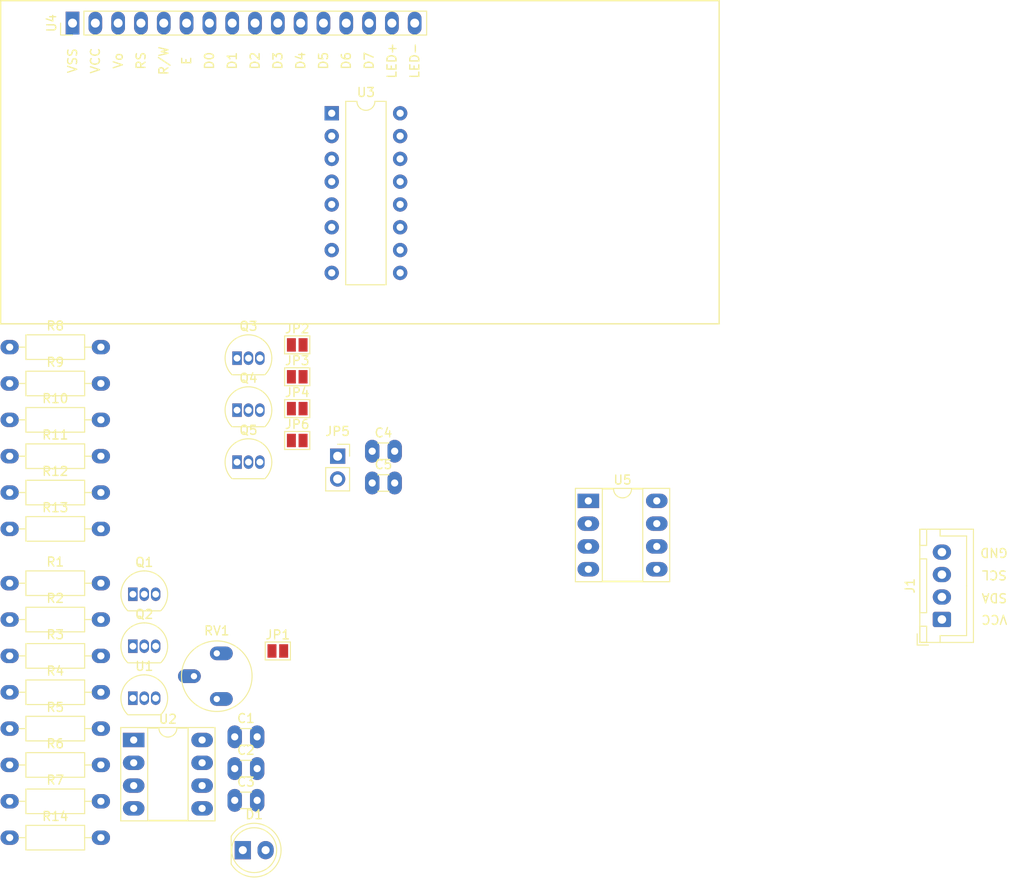
<source format=kicad_pcb>
(kicad_pcb (version 20240108) (generator "pcbnew") (generator_version "8.0")
  (layers (0 "F.Cu" signal) (31 "B.Cu" signal) (34 "B.Paste" user) (35 "F.Paste" user) (36 "B.SilkS" user "B.Silkscreen") (37 "F.SilkS" user "F.Silkscreen") (38 "B.Mask" user) (39 "F.Mask" user) (44 "Edge.Cuts" user))
  (net 0 "")
  (net 1 "+5V")
  (net 2 "GND")
  (net 3 "+3V3")
  (net 4 "Net-(Q5-B)")
  (net 5 "Net-(D1-A)")
  (net 6 "SCL")
  (net 7 "SDA")
  (net 8 "Net-(JP1-B)")
  (net 9 "Net-(JP2-B)")
  (net 10 "Net-(JP3-B)")
  (net 11 "Net-(JP4-B)")
  (net 12 "Net-(JP5-B)")
  (net 13 "A")
  (net 14 "+3.3V")
  (net 15 "SDA_H")
  (net 16 "SCL_H")
  (net 17 "Net-(Q3-B)")
  (net 18 "Net-(Q3-C)")
  (net 19 "Net-(Q4-B)")
  (net 20 "K")
  (net 21 "Net-(U5-PB1)")
  (net 22 "Backlight")
  (net 23 "Contrast")
  (net 26 "DB5")
  (net 27 "RS")
  (net 28 "DB7")
  (net 29 "DB6")
  (net 30 "RW")
  (net 31 "DB4")
  (net 32 "En")
  (footprint "My_Parts:LCD_HD44780_16x2_w_headers_large" (layer "F.Cu") (at 114.015 57.9)
    (property "Reference" "U4" (at -2.33 0 90) (layer "F.SilkS"))
    (property "Value" "LCD_HD44780")
    (fp_line (start -8 -2.5) (end -8 33.5) (stroke (width 0.15)) (layer "F.SilkS"))
    (fp_line (start -8 33.5) (end 72 33.5) (stroke (width 0.15)) (layer "F.SilkS"))
    (fp_line (start -1.33 1.33) (end -1.33 0) (stroke (width 0.12)) (layer "F.SilkS"))
    (fp_line (start 0 1.33) (end -1.33 1.33) (stroke (width 0.12)) (layer "F.SilkS"))
    (fp_line (start 1.27 -1.33) (end 39.43 -1.33) (stroke (width 0.12)) (layer "F.SilkS"))
    (fp_line (start 1.27 1.33) (end 1.27 -1.33) (stroke (width 0.12)) (layer "F.SilkS"))
    (fp_line (start 1.27 1.33) (end 39.43 1.33) (stroke (width 0.12)) (layer "F.SilkS"))
    (fp_line (start 39.43 1.33) (end 39.43 -1.33) (stroke (width 0.12)) (layer "F.SilkS"))
    (fp_line (start 72 -2.5) (end -8 -2.5) (stroke (width 0.15)) (layer "F.SilkS"))
    (fp_line (start 72 33.5) (end 72 -2.5) (stroke (width 0.15)) (layer "F.SilkS"))
    (fp_text user "D7" (at 33.02 4.19 90) (layer "F.SilkS"))
    (fp_text user "D3" (at 22.86 4.19 90) (layer "F.SilkS"))
    (fp_text user "Vo" (at 5.08 4.19 90) (layer "F.SilkS"))
    (fp_text user "D6" (at 30.48 4.19 90) (layer "F.SilkS"))
    (fp_text user "D1" (at 17.78 4.19 90) (layer "F.SilkS"))
    (fp_text user "D5" (at 27.94 4.19 90) (layer "F.SilkS"))
    (fp_text user "VSS" (at 0 4.19 90) (layer "F.SilkS"))
    (fp_text user "LED+" (at 35.56 4.19 90) (layer "F.SilkS"))
    (fp_text user "R/W" (at 10.16 4.19 90) (layer "F.SilkS"))
    (fp_text user "E" (at 12.7 4.19 90) (layer "F.SilkS"))
    (fp_text user "D2" (at 20.32 4.19 90) (layer "F.SilkS"))
    (fp_text user "D0" (at 15.24 4.19 90) (layer "F.SilkS"))
    (fp_text user "D4" (at 25.4 4.19 90) (layer "F.SilkS"))
    (fp_text user "RS" (at 7.62 4.19 90) (layer "F.SilkS"))
    (fp_text user "LED-" (at 38.1 4.19 90) (layer "F.SilkS"))
    (fp_text user "VCC" (at 2.54 4.19 90) (layer "F.SilkS"))
    (pad "" np_thru_hole circle (at -5.5 0) (size 2.5 2.5) (drill 2.5) (layers "*.Cu" "*.Mask"))
    (pad "" np_thru_hole circle (at -5.5 31) (size 2.5 2.5) (drill 2.5) (layers "*.Cu" "*.Mask"))
    (pad "" np_thru_hole circle (at 69.5 0) (size 2.5 2.5) (drill 2.5) (layers "*.Cu" "*.Mask"))
    (pad "" np_thru_hole circle (at 69.5 31) (size 2.5 2.5) (drill 2.5) (layers "*.Cu" "*.Mask"))
    (pad "1" thru_hole rect (at 0 0 90) (size 2.54 1.524) (drill 1) (layers "*.Cu" "*.Mask") (net 2 "GND"))
    (pad "2" thru_hole oval (at 2.54 0 90) (size 2.54 1.524) (drill 1) (layers "*.Cu" "*.Mask") (net 1 "+5V"))
    (pad "3" thru_hole oval (at 5.08 0 90) (size 2.54 1.524) (drill 1) (layers "*.Cu" "*.Mask") (net 23 "Contrast"))
    (pad "4" thru_hole oval (at 7.62 0 90) (size 2.54 1.524) (drill 1) (layers "*.Cu" "*.Mask") (net 27 "RS"))
    (pad "5" thru_hole oval (at 10.16 0 90) (size 2.54 1.524) (drill 1) (layers "*.Cu" "*.Mask") (net 30 "RW"))
    (pad "6" thru_hole oval (at 12.7 0 90) (size 2.54 1.524) (drill 1) (layers "*.Cu" "*.Mask") (net 32 "En"))
    (pad "7" thru_hole oval (at 15.24 0 90) (size 2.54 1.524) (drill 1) (layers "*.Cu" "*.Mask"))
    (pad "8" thru_hole oval (at 17.78 0 90) (size 2.54 1.524) (drill 1) (layers "*.Cu" "*.Mask"))
    (pad "9" thru_hole oval (at 20.32 0 90) (size 2.54 1.524) (drill 1) (layers "*.Cu" "*.Mask"))
    (pad "10" thru_hole oval (at 22.86 0 90) (size 2.54 1.524) (drill 1) (layers "*.Cu" "*.Mask"))
    (pad "11" thru_hole oval (at 25.4 0 90) (size 2.54 1.524) (drill 1) (layers "*.Cu" "*.Mask") (net 31 "DB4"))
    (pad "12" thru_hole oval (at 27.94 0 90) (size 2.54 1.524) (drill 1) (layers "*.Cu" "*.Mask") (net 26 "DB5"))
    (pad "13" thru_hole oval (at 30.48 0 90) (size 2.54 1.524) (drill 1) (layers "*.Cu" "*.Mask") (net 29 "DB6"))
    (pad "14" thru_hole oval (at 33.02 0 90) (size 2.54 1.524) (drill 1) (layers "*.Cu" "*.Mask") (net 28 "DB7"))
    (pad "15" thru_hole oval (at 35.56 0 90) (size 2.54 1.524) (drill 1) (layers "*.Cu" "*.Mask") (net 13 "A"))
    (pad "16" thru_hole oval (at 38.1 0 90) (size 2.54 1.524) (drill 1) (layers "*.Cu" "*.Mask") (net 20 "K"))
  )
  (footprint "My_Misc:R_Axial_DIN0207_L6.3mm_D2.5mm_P10.16mm_Horizontal_large" (layer "F.Cu") (at 107.015 136.5)
    (property "Reference" "R5" (at 5.08 -2.37 0) (layer "F.SilkS"))
    (property "Value" "4k7")
    (fp_line (start 1.04 0) (end 1.81 0) (stroke (width 0.12)) (layer "F.SilkS"))
    (fp_line (start 1.81 -1.37) (end 1.81 1.37) (stroke (width 0.12)) (layer "F.SilkS"))
    (fp_line (start 1.81 1.37) (end 8.35 1.37) (stroke (width 0.12)) (layer "F.SilkS"))
    (fp_line (start 8.35 -1.37) (end 1.81 -1.37) (stroke (width 0.12)) (layer "F.SilkS"))
    (fp_line (start 8.35 1.37) (end 8.35 -1.37) (stroke (width 0.12)) (layer "F.SilkS"))
    (fp_line (start 9.12 0) (end 8.35 0) (stroke (width 0.12)) (layer "F.SilkS"))
    (pad "1" thru_hole oval (at 0 0) (size 2.032 1.6) (drill 0.8) (layers "*.Cu" "*.Mask") (net 1 "+5V"))
    (pad "2" thru_hole oval (at 10.16 0) (size 2.032 1.6) (drill 0.8) (layers "*.Cu" "*.Mask") (net 15 "SDA_H"))
  )
  (footprint "Jumper:SolderJumper-2_P1.3mm_Open_Pad1.0x1.5mm" (layer "F.Cu") (at 139.035 93.75)
    (property "Reference" "JP2" (at 0 -1.8 0) (layer "F.SilkS"))
    (property "Value" "SolderJumper_2_Open")
    (fp_line (start -1.4 -1) (end 1.4 -1) (stroke (width 0.12)) (layer "F.SilkS"))
    (fp_line (start -1.4 1) (end -1.4 -1) (stroke (width 0.12)) (layer "F.SilkS"))
    (fp_line (start 1.4 -1) (end 1.4 1) (stroke (width 0.12)) (layer "F.SilkS"))
    (fp_line (start 1.4 1) (end -1.4 1) (stroke (width 0.12)) (layer "F.SilkS"))
    (pad "1" smd rect (at -0.65 0) (size 1 1.5) (layers "F.Cu" "F.Mask") (net 2 "GND"))
    (pad "2" smd rect (at 0.65 0) (size 1 1.5) (layers "F.Cu" "F.Mask") (net 9 "Net-(JP2-B)"))
  )
  (footprint "Package_TO_SOT_THT:TO-92_Inline" (layer "F.Cu") (at 132.335 106.81)
    (property "Reference" "Q5" (at 1.27 -3.56 0) (layer "F.SilkS"))
    (property "Value" "BC237")
    (fp_line (start -0.53 1.85) (end 3.07 1.85) (stroke (width 0.12)) (layer "F.SilkS"))
    (fp_arc (start -0.568478 1.838478) (mid -1.132087 -0.994977) (end 1.27 -2.6) (stroke (width 0.12)) (layer "F.SilkS"))
    (fp_arc (start 1.27 -2.6) (mid 3.672087 -0.994977) (end 3.108478 1.838478) (stroke (width 0.12)) (layer "F.SilkS"))
    (pad "1" thru_hole rect (at 0 0) (size 1.05 1.5) (drill 0.75) (layers "*.Cu" "*.Mask") (net 20 "K"))
    (pad "2" thru_hole oval (at 1.27 0) (size 1.05 1.5) (drill 0.75) (layers "*.Cu" "*.Mask") (net 4 "Net-(Q5-B)"))
    (pad "3" thru_hole oval (at 2.54 0) (size 1.05 1.5) (drill 0.75) (layers "*.Cu" "*.Mask") (net 2 "GND"))
  )
  (footprint "My_Misc:R_Axial_DIN0207_L6.3mm_D2.5mm_P10.16mm_Horizontal_large" (layer "F.Cu") (at 107.015 120.3)
    (property "Reference" "R1" (at 5.08 -2.37 0) (layer "F.SilkS"))
    (property "Value" "4k7")
    (fp_line (start 1.04 0) (end 1.81 0) (stroke (width 0.12)) (layer "F.SilkS"))
    (fp_line (start 1.81 -1.37) (end 1.81 1.37) (stroke (width 0.12)) (layer "F.SilkS"))
    (fp_line (start 1.81 1.37) (end 8.35 1.37) (stroke (width 0.12)) (layer "F.SilkS"))
    (fp_line (start 8.35 -1.37) (end 1.81 -1.37) (stroke (width 0.12)) (layer "F.SilkS"))
    (fp_line (start 8.35 1.37) (end 8.35 -1.37) (stroke (width 0.12)) (layer "F.SilkS"))
    (fp_line (start 9.12 0) (end 8.35 0) (stroke (width 0.12)) (layer "F.SilkS"))
    (pad "1" thru_hole oval (at 0 0) (size 2.032 1.6) (drill 0.8) (layers "*.Cu" "*.Mask") (net 14 "+3.3V"))
    (pad "2" thru_hole oval (at 10.16 0) (size 2.032 1.6) (drill 0.8) (layers "*.Cu" "*.Mask") (net 7 "SDA"))
  )
  (footprint "My_Misc:R_Axial_DIN0207_L6.3mm_D2.5mm_P10.16mm_Horizontal_large" (layer "F.Cu") (at 107.015 102.1)
    (property "Reference" "R10" (at 5.08 -2.37 0) (layer "F.SilkS"))
    (property "Value" "10k")
    (fp_line (start 1.04 0) (end 1.81 0) (stroke (width 0.12)) (layer "F.SilkS"))
    (fp_line (start 1.81 -1.37) (end 1.81 1.37) (stroke (width 0.12)) (layer "F.SilkS"))
    (fp_line (start 1.81 1.37) (end 8.35 1.37) (stroke (width 0.12)) (layer "F.SilkS"))
    (fp_line (start 8.35 -1.37) (end 1.81 -1.37) (stroke (width 0.12)) (layer "F.SilkS"))
    (fp_line (start 8.35 1.37) (end 8.35 -1.37) (stroke (width 0.12)) (layer "F.SilkS"))
    (fp_line (start 9.12 0) (end 8.35 0) (stroke (width 0.12)) (layer "F.SilkS"))
    (pad "1" thru_hole oval (at 0 0) (size 2.032 1.6) (drill 0.8) (layers "*.Cu" "*.Mask") (net 1 "+5V"))
    (pad "2" thru_hole oval (at 10.16 0) (size 2.032 1.6) (drill 0.8) (layers "*.Cu" "*.Mask") (net 11 "Net-(JP4-B)"))
  )
  (footprint "My_Misc:R_Axial_DIN0207_L6.3mm_D2.5mm_P10.16mm_Horizontal_large" (layer "F.Cu") (at 107.015 110.2)
    (property "Reference" "R12" (at 5.08 -2.37 0) (layer "F.SilkS"))
    (property "Value" "1k")
    (fp_line (start 1.04 0) (end 1.81 0) (stroke (width 0.12)) (layer "F.SilkS"))
    (fp_line (start 1.81 -1.37) (end 1.81 1.37) (stroke (width 0.12)) (layer "F.SilkS"))
    (fp_line (start 1.81 1.37) (end 8.35 1.37) (stroke (width 0.12)) (layer "F.SilkS"))
    (fp_line (start 8.35 -1.37) (end 1.81 -1.37) (stroke (width 0.12)) (layer "F.SilkS"))
    (fp_line (start 8.35 1.37) (end 8.35 -1.37) (stroke (width 0.12)) (layer "F.SilkS"))
    (fp_line (start 9.12 0) (end 8.35 0) (stroke (width 0.12)) (layer "F.SilkS"))
    (pad "1" thru_hole oval (at 0 0) (size 2.032 1.6) (drill 0.8) (layers "*.Cu" "*.Mask") (net 22 "Backlight"))
    (pad "2" thru_hole oval (at 10.16 0) (size 2.032 1.6) (drill 0.8) (layers "*.Cu" "*.Mask") (net 4 "Net-(Q5-B)"))
  )
  (footprint "My_Misc:R_Axial_DIN0207_L6.3mm_D2.5mm_P10.16mm_Horizontal_large" (layer "F.Cu") (at 107.015 132.45)
    (property "Reference" "R4" (at 5.08 -2.37 0) (layer "F.SilkS"))
    (property "Value" "0R")
    (fp_line (start 1.04 0) (end 1.81 0) (stroke (width 0.12)) (layer "F.SilkS"))
    (fp_line (start 1.81 -1.37) (end 1.81 1.37) (stroke (width 0.12)) (layer "F.SilkS"))
    (fp_line (start 1.81 1.37) (end 8.35 1.37) (stroke (width 0.12)) (layer "F.SilkS"))
    (fp_line (start 8.35 -1.37) (end 1.81 -1.37) (stroke (width 0.12)) (layer "F.SilkS"))
    (fp_line (start 8.35 1.37) (end 8.35 -1.37) (stroke (width 0.12)) (layer "F.SilkS"))
    (fp_line (start 9.12 0) (end 8.35 0) (stroke (width 0.12)) (layer "F.SilkS"))
    (pad "1" thru_hole oval (at 0 0) (size 2.032 1.6) (drill 0.8) (layers "*.Cu" "*.Mask") (net 6 "SCL"))
    (pad "2" thru_hole oval (at 10.16 0) (size 2.032 1.6) (drill 0.8) (layers "*.Cu" "*.Mask") (net 16 "SCL_H"))
  )
  (footprint "My_Misc:R_Axial_DIN0207_L6.3mm_D2.5mm_P10.16mm_Horizontal_large" (layer "F.Cu") (at 107.015 106.15)
    (property "Reference" "R11" (at 5.08 -2.37 0) (layer "F.SilkS"))
    (property "Value" "1k")
    (fp_line (start 1.04 0) (end 1.81 0) (stroke (width 0.12)) (layer "F.SilkS"))
    (fp_line (start 1.81 -1.37) (end 1.81 1.37) (stroke (width 0.12)) (layer "F.SilkS"))
    (fp_line (start 1.81 1.37) (end 8.35 1.37) (stroke (width 0.12)) (layer "F.SilkS"))
    (fp_line (start 8.35 -1.37) (end 1.81 -1.37) (stroke (width 0.12)) (layer "F.SilkS"))
    (fp_line (start 8.35 1.37) (end 8.35 -1.37) (stroke (width 0.12)) (layer "F.SilkS"))
    (fp_line (start 9.12 0) (end 8.35 0) (stroke (width 0.12)) (layer "F.SilkS"))
    (pad "1" thru_hole oval (at 0 0) (size 2.032 1.6) (drill 0.8) (layers "*.Cu" "*.Mask") (net 21 "Net-(U5-PB1)"))
    (pad "2" thru_hole oval (at 10.16 0) (size 2.032 1.6) (drill 0.8) (layers "*.Cu" "*.Mask") (net 17 "Net-(Q3-B)"))
  )
  (footprint "My_Misc:C_Disc_D3.0mm_W1.6mm_P2.50mm_larg" (layer "F.Cu") (at 147.385 109.135)
    (property "Reference" "C5" (at 1.25 -2.05 0) (layer "F.SilkS"))
    (property "Value" "0.1u")
    (fp_line (start 0.621 -0.92) (end 1.879 -0.92) (stroke (width 0.12)) (layer "F.SilkS"))
    (fp_line (start 0.621 0.92) (end 1.879 0.92) (stroke (width 0.12)) (layer "F.SilkS"))
    (pad "1" thru_hole oval (at 0 0) (size 1.6 2.54) (drill 0.8) (layers "*.Cu" "*.Mask") (net 4 "Net-(Q5-B)"))
    (pad "2" thru_hole oval (at 2.5 0) (size 1.6 2.54) (drill 0.8) (layers "*.Cu" "*.Mask") (net 2 "GND"))
  )
  (footprint "Package_TO_SOT_THT:TO-92_Inline" (layer "F.Cu") (at 120.735 133.11)
    (property "Reference" "U1" (at 1.27 -3.56 0) (layer "F.SilkS"))
    (property "Value" "L78L33_TO92")
    (fp_line (start -0.53 1.85) (end 3.07 1.85) (stroke (width 0.12)) (layer "F.SilkS"))
    (fp_arc (start -0.568478 1.838478) (mid -1.132087 -0.994977) (end 1.27 -2.6) (stroke (width 0.12)) (layer "F.SilkS"))
    (fp_arc (start 1.27 -2.6) (mid 3.672087 -0.994977) (end 3.108478 1.838478) (stroke (width 0.12)) (layer "F.SilkS"))
    (pad "1" thru_hole rect (at 0 0) (size 1.05 1.5) (drill 0.75) (layers "*.Cu" "*.Mask") (net 3 "+3V3"))
    (pad "2" thru_hole oval (at 1.27 0) (size 1.05 1.5) (drill 0.75) (layers "*.Cu" "*.Mask"))
    (pad "3" thru_hole oval (at 2.54 0) (size 1.05 1.5) (drill 0.75) (layers "*.Cu" "*.Mask") (net 1 "+5V"))
  )
  (footprint "My_Misc:C_Disc_D3.0mm_W1.6mm_P2.50mm_larg" (layer "F.Cu") (at 132.075 144.495)
    (property "Reference" "C3" (at 1.25 -2.05 0) (layer "F.SilkS"))
    (property "Value" "0.1u")
    (fp_line (start 0.621 -0.92) (end 1.879 -0.92) (stroke (width 0.12)) (layer "F.SilkS"))
    (fp_line (start 0.621 0.92) (end 1.879 0.92) (stroke (width 0.12)) (layer "F.SilkS"))
    (pad "1" thru_hole oval (at 0 0) (size 1.6 2.54) (drill 0.8) (layers "*.Cu" "*.Mask") (net 1 "+5V"))
    (pad "2" thru_hole oval (at 2.5 0) (size 1.6 2.54) (drill 0.8) (layers "*.Cu" "*.Mask") (net 2 "GND"))
  )
  (footprint "My_Misc:R_Axial_DIN0207_L6.3mm_D2.5mm_P10.16mm_Horizontal_large" (layer "F.Cu") (at 107.015 128.4)
    (property "Reference" "R3" (at 5.08 -2.37 0) (layer "F.SilkS"))
    (property "Value" "0R")
    (fp_line (start 1.04 0) (end 1.81 0) (stroke (width 0.12)) (layer "F.SilkS"))
    (fp_line (start 1.81 -1.37) (end 1.81 1.37) (stroke (width 0.12)) (layer "F.SilkS"))
    (fp_line (start 1.81 1.37) (end 8.35 1.37) (stroke (width 0.12)) (layer "F.SilkS"))
    (fp_line (start 8.35 -1.37) (end 1.81 -1.37) (stroke (width 0.12)) (layer "F.SilkS"))
    (fp_line (start 8.35 1.37) (end 8.35 -1.37) (stroke (width 0.12)) (layer "F.SilkS"))
    (fp_line (start 9.12 0) (end 8.35 0) (stroke (width 0.12)) (layer "F.SilkS"))
    (pad "1" thru_hole oval (at 0 0) (size 2.032 1.6) (drill 0.8) (layers "*.Cu" "*.Mask") (net 7 "SDA"))
    (pad "2" thru_hole oval (at 10.16 0) (size 2.032 1.6) (drill 0.8) (layers "*.Cu" "*.Mask") (net 15 "SDA_H"))
  )
  (footprint "My_Misc:C_Disc_D3.0mm_W1.6mm_P2.50mm_larg" (layer "F.Cu") (at 147.385 105.595)
    (property "Reference" "C4" (at 1.25 -2.05 0) (layer "F.SilkS"))
    (property "Value" "0.1u")
    (fp_line (start 0.621 -0.92) (end 1.879 -0.92) (stroke (width 0.12)) (layer "F.SilkS"))
    (fp_line (start 0.621 0.92) (end 1.879 0.92) (stroke (width 0.12)) (layer "F.SilkS"))
    (pad "1" thru_hole oval (at 0 0) (size 1.6 2.54) (drill 0.8) (layers "*.Cu" "*.Mask") (net 1 "+5V"))
    (pad "2" thru_hole oval (at 2.5 0) (size 1.6 2.54) (drill 0.8) (layers "*.Cu" "*.Mask") (net 2 "GND"))
  )
  (footprint "Connector_PinSocket_2.54mm:PinSocket_1x02_P2.54mm_Vertical" (layer "F.Cu") (at 143.535 106.15)
    (property "Reference" "JP5" (at 0 -2.77 0) (layer "F.SilkS"))
    (property "Value" "Jumper_2_Bridged")
    (fp_line (start -1.33 1.27) (end -1.33 3.87) (stroke (width 0.12)) (layer "F.SilkS"))
    (fp_line (start -1.33 1.27) (end 1.33 1.27) (stroke (width 0.12)) (layer "F.SilkS"))
    (fp_line (start -1.33 3.87) (end 1.33 3.87) (stroke (width 0.12)) (layer "F.SilkS"))
    (fp_line (start 0 -1.33) (end 1.33 -1.33) (stroke (width 0.12)) (layer "F.SilkS"))
    (fp_line (start 1.33 -1.33) (end 1.33 0) (stroke (width 0.12)) (layer "F.SilkS"))
    (fp_line (start 1.33 1.27) (end 1.33 3.87) (stroke (width 0.12)) (layer "F.SilkS"))
    (pad "1" thru_hole rect (at 0 0) (size 1.7 1.7) (drill 1) (layers "*.Cu" "*.Mask") (net 1 "+5V"))
    (pad "2" thru_hole oval (at 0 2.54) (size 1.7 1.7) (drill 1) (layers "*.Cu" "*.Mask") (net 12 "Net-(JP5-B)"))
  )
  (footprint "My_Misc:R_Axial_DIN0207_L6.3mm_D2.5mm_P10.16mm_Horizontal_large" (layer "F.Cu") (at 107.015 98.05)
    (property "Reference" "R9" (at 5.08 -2.37 0) (layer "F.SilkS"))
    (property "Value" "10k")
    (fp_line (start 1.04 0) (end 1.81 0) (stroke (width 0.12)) (layer "F.SilkS"))
    (fp_line (start 1.81 -1.37) (end 1.81 1.37) (stroke (width 0.12)) (layer "F.SilkS"))
    (fp_line (start 1.81 1.37) (end 8.35 1.37) (stroke (width 0.12)) (layer "F.SilkS"))
    (fp_line (start 8.35 -1.37) (end 1.81 -1.37) (stroke (width 0.12)) (layer "F.SilkS"))
    (fp_line (start 8.35 1.37) (end 8.35 -1.37) (stroke (width 0.12)) (layer "F.SilkS"))
    (fp_line (start 9.12 0) (end 8.35 0) (stroke (width 0.12)) (layer "F.SilkS"))
    (pad "1" thru_hole oval (at 0 0) (size 2.032 1.6) (drill 0.8) (layers "*.Cu" "*.Mask") (net 1 "+5V"))
    (pad "2" thru_hole oval (at 10.16 0) (size 2.032 1.6) (drill 0.8) (layers "*.Cu" "*.Mask") (net 10 "Net-(JP3-B)"))
  )
  (footprint "My_Misc:R_Axial_DIN0207_L6.3mm_D2.5mm_P10.16mm_Horizontal_large" (layer "F.Cu") (at 107.015 124.35)
    (property "Reference" "R2" (at 5.08 -2.37 0) (layer "F.SilkS"))
    (property "Value" "4k7")
    (fp_line (start 1.04 0) (end 1.81 0) (stroke (width 0.12)) (layer "F.SilkS"))
    (fp_line (start 1.81 -1.37) (end 1.81 1.37) (stroke (width 0.12)) (layer "F.SilkS"))
    (fp_line (start 1.81 1.37) (end 8.35 1.37) (stroke (width 0.12)) (layer "F.SilkS"))
    (fp_line (start 8.35 -1.37) (end 1.81 -1.37) (stroke (width 0.12)) (layer "F.SilkS"))
    (fp_line (start 8.35 1.37) (end 8.35 -1.37) (stroke (width 0.12)) (layer "F.SilkS"))
    (fp_line (start 9.12 0) (end 8.35 0) (stroke (width 0.12)) (layer "F.SilkS"))
    (pad "1" thru_hole oval (at 0 0) (size 2.032 1.6) (drill 0.8) (layers "*.Cu" "*.Mask") (net 14 "+3.3V"))
    (pad "2" thru_hole oval (at 10.16 0) (size 2.032 1.6) (drill 0.8) (layers "*.Cu" "*.Mask") (net 6 "SCL"))
  )
  (footprint "My_Misc:R_Axial_DIN0207_L6.3mm_D2.5mm_P10.16mm_Horizontal_large" (layer "F.Cu") (at 107.015 148.65)
    (property "Reference" "R14" (at 5.08 -2.37 0) (layer "F.SilkS"))
    (property "Value" "1k")
    (fp_line (start 1.04 0) (end 1.81 0) (stroke (width 0.12)) (layer "F.SilkS"))
    (fp_line (start 1.81 -1.37) (end 1.81 1.37) (stroke (width 0.12)) (layer "F.SilkS"))
    (fp_line (start 1.81 1.37) (end 8.35 1.37) (stroke (width 0.12)) (layer "F.SilkS"))
    (fp_line (start 8.35 -1.37) (end 1.81 -1.37) (stroke (width 0.12)) (layer "F.SilkS"))
    (fp_line (start 8.35 1.37) (end 8.35 -1.37) (stroke (width 0.12)) (layer "F.SilkS"))
    (fp_line (start 9.12 0) (end 8.35 0) (stroke (width 0.12)) (layer "F.SilkS"))
    (pad "1" thru_hole oval (at 0 0) (size 2.032 1.6) (drill 0.8) (layers "*.Cu" "*.Mask") (net 1 "+5V"))
    (pad "2" thru_hole oval (at 10.16 0) (size 2.032 1.6) (drill 0.8) (layers "*.Cu" "*.Mask") (net 5 "Net-(D1-A)"))
  )
  (footprint "Package_TO_SOT_THT:TO-92_Inline" (layer "F.Cu") (at 120.735 121.53)
    (property "Reference" "Q1" (at 1.27 -3.56 0) (layer "F.SilkS"))
    (property "Value" "2N7000")
    (fp_line (start -0.53 1.85) (end 3.07 1.85) (stroke (width 0.12)) (layer "F.SilkS"))
    (fp_arc (start -0.568478 1.838478) (mid -1.132087 -0.994977) (end 1.27 -2.6) (stroke (width 0.12)) (layer "F.SilkS"))
    (fp_arc (start 1.27 -2.6) (mid 3.672087 -0.994977) (end 3.108478 1.838478) (stroke (width 0.12)) (layer "F.SilkS"))
    (pad "1" thru_hole rect (at 0 0) (size 1.05 1.5) (drill 0.75) (layers "*.Cu" "*.Mask") (net 7 "SDA"))
    (pad "2" thru_hole oval (at 1.27 0) (size 1.05 1.5) (drill 0.75) (layers "*.Cu" "*.Mask") (net 14 "+3.3V"))
    (pad "3" thru_hole oval (at 2.54 0) (size 1.05 1.5) (drill 0.75) (layers "*.Cu" "*.Mask") (net 15 "SDA_H"))
  )
  (footprint "Jumper:SolderJumper-2_P1.3mm_Open_Pad1.0x1.5mm" (layer "F.Cu") (at 139.035 97.3)
    (property "Reference" "JP3" (at 0 -1.8 0) (layer "F.SilkS"))
    (property "Value" "SolderJumper_2_Open")
    (fp_line (start -1.4 -1) (end 1.4 -1) (stroke (width 0.12)) (layer "F.SilkS"))
    (fp_line (start -1.4 1) (end -1.4 -1) (stroke (width 0.12)) (layer "F.SilkS"))
    (fp_line (start 1.4 -1) (end 1.4 1) (stroke (width 0.12)) (layer "F.SilkS"))
    (fp_line (start 1.4 1) (end -1.4 1) (stroke (width 0.12)) (layer "F.SilkS"))
    (pad "1" smd rect (at -0.65 0) (size 1 1.5) (layers "F.Cu" "F.Mask") (net 2 "GND"))
    (pad "2" smd rect (at 0.65 0) (size 1 1.5) (layers "F.Cu" "F.Mask") (net 10 "Net-(JP3-B)"))
  )
  (footprint "Package_TO_SOT_THT:TO-92_Inline" (layer "F.Cu") (at 120.735 127.32)
    (property "Reference" "Q2" (at 1.27 -3.56 0) (layer "F.SilkS"))
    (property "Value" "2N7000")
    (fp_line (start -0.53 1.85) (end 3.07 1.85) (stroke (width 0.12)) (layer "F.SilkS"))
    (fp_arc (start -0.568478 1.838478) (mid -1.132087 -0.994977) (end 1.27 -2.6) (stroke (width 0.12)) (layer "F.SilkS"))
    (fp_arc (start 1.27 -2.6) (mid 3.672087 -0.994977) (end 3.108478 1.838478) (stroke (width 0.12)) (layer "F.SilkS"))
    (pad "1" thru_hole rect (at 0 0) (size 1.05 1.5) (drill 0.75) (layers "*.Cu" "*.Mask") (net 6 "SCL"))
    (pad "2" thru_hole oval (at 1.27 0) (size 1.05 1.5) (drill 0.75) (layers "*.Cu" "*.Mask") (net 14 "+3.3V"))
    (pad "3" thru_hole oval (at 2.54 0) (size 1.05 1.5) (drill 0.75) (layers "*.Cu" "*.Mask") (net 16 "SCL_H"))
  )
  (footprint "Jumper:SolderJumper-2_P1.3mm_Open_Pad1.0x1.5mm" (layer "F.Cu") (at 139.035 100.85)
    (property "Reference" "JP4" (at 0 -1.8 0) (layer "F.SilkS"))
    (property "Value" "SolderJumper_2_Open")
    (fp_line (start -1.4 -1) (end 1.4 -1) (stroke (width 0.12)) (layer "F.SilkS"))
    (fp_line (start -1.4 1) (end -1.4 -1) (stroke (width 0.12)) (layer "F.SilkS"))
    (fp_line (start 1.4 -1) (end 1.4 1) (stroke (width 0.12)) (layer "F.SilkS"))
    (fp_line (start 1.4 1) (end -1.4 1) (stroke (width 0.12)) (layer "F.SilkS"))
    (pad "1" smd rect (at -0.65 0) (size 1 1.5) (layers "F.Cu" "F.Mask") (net 2 "GND"))
    (pad "2" smd rect (at 0.65 0) (size 1 1.5) (layers "F.Cu" "F.Mask") (net 11 "Net-(JP4-B)"))
  )
  (footprint "My_Headers:4-pin JST I2C" (layer "F.Cu") (at 210.82 124.34 90)
    (property "Reference" "J1" (at 3.75 -3.55 90) (layer "F.SilkS"))
    (property "Value" "I2C_Interface")
    (fp_line (start -1.6 -2.75) (end -2.85 -2.75) (stroke (width 0.12)) (layer "F.SilkS"))
    (fp_line (start -2.85 -2.75) (end -2.85 -1.5) (stroke (width 0.12)) (layer "F.SilkS"))
    (fp_line (start 10.06 -2.46) (end -2.56 -2.46) (stroke (width 0.12)) (layer "F.SilkS"))
    (fp_line (start -2.56 -2.46) (end -2.56 3.51) (stroke (width 0.12)) (layer "F.SilkS"))
    (fp_line (start 10.05 -2.45) (end 8.25 -2.45) (stroke (width 0.12)) (layer "F.SilkS"))
    (fp_line (start 8.25 -2.45) (end 8.25 -1.7) (stroke (width 0.12)) (layer "F.SilkS"))
    (fp_line (start 6.75 -2.45) (end 0.75 -2.45) (stroke (width 0.12)) (layer "F.SilkS"))
    (fp_line (start 0.75 -2.45) (end 0.75 -1.7) (stroke (width 0.12)) (layer "F.SilkS"))
    (fp_line (start -0.75 -2.45) (end -2.55 -2.45) (stroke (width 0.12)) (layer "F.SilkS"))
    (fp_line (start -2.55 -2.45) (end -2.55 -1.7) (stroke (width 0.12)) (layer "F.SilkS"))
    (fp_line (start 10.05 -1.7) (end 10.05 -2.45) (stroke (width 0.12)) (layer "F.SilkS"))
    (fp_line (start 8.25 -1.7) (end 10.05 -1.7) (stroke (width 0.12)) (layer "F.SilkS"))
    (fp_line (start 6.75 -1.7) (end 6.75 -2.45) (stroke (width 0.12)) (layer "F.SilkS"))
    (fp_line (start 0.75 -1.7) (end 6.75 -1.7) (stroke (width 0.12)) (layer "F.SilkS"))
    (fp_line (start -0.75 -1.7) (end -0.75 -2.45) (stroke (width 0.12)) (layer "F.SilkS"))
    (fp_line (start -2.55 -1.7) (end -0.75 -1.7) (stroke (width 0.12)) (layer "F.SilkS"))
    (fp_line (start 10.05 -0.2) (end 9.3 -0.2) (stroke (width 0.12)) (layer "F.SilkS"))
    (fp_line (start 9.3 -0.2) (end 9.3 2.75) (stroke (width 0.12)) (layer "F.SilkS"))
    (fp_line (start -1.8 -0.2) (end -1.8 2.75) (stroke (width 0.12)) (layer "F.SilkS"))
    (fp_line (start -2.55 -0.2) (end -1.8 -0.2) (stroke (width 0.12)) (layer "F.SilkS"))
    (fp_line (start 9.3 2.75) (end 3.75 2.75) (stroke (width 0.12)) (layer "F.SilkS"))
    (fp_line (start -1.8 2.75) (end 3.75 2.75) (stroke (width 0.12)) (layer "F.SilkS"))
    (fp_line (start 10.06 3.51) (end 10.06 -2.46) (stroke (width 0.12)) (layer "F.SilkS"))
    (fp_line (start -2.56 3.51) (end 10.06 3.51) (stroke (width 0.12)) (layer "F.SilkS"))
    (fp_text user "VCC" (at 0 5.842 180) (layer "F.SilkS"))
    (fp_text user "SDA" (at 2.41 5.842 180) (layer "F.SilkS"))
    (fp_text user "SCL" (at 4.95 5.842 180) (layer "F.SilkS"))
    (fp_text user "GND" (at 7.45 5.8 180) (layer "F.SilkS"))
    (pad "1" thru_hole roundrect (at 0 0 90) (size 1.7 2.032) (drill 0.95) (layers "*.Cu" "*.Mask") (roundrect_rratio 0.147059) (net 1 "+5V"))
    (pad "2" thru_hole oval (at 2.5 0 90) (size 1.7 2.032) (drill 0.95) (layers "*.Cu" "*.Mask") (net 7 "SDA"))
    (pad "3" thru_hole oval (at 5 0 90) (size 1.7 2.032) (drill 0.95) (layers "*.Cu" "*.Mask") (net 6 "SCL"))
    (pad "4" thru_hole oval (at 7.5 0 90) (size 1.7 2.032) (drill 0.95) (layers "*.Cu" "*.Mask") (net 2 "GND"))
  )
  (footprint "My_Misc:R_Axial_DIN0207_L6.3mm_D2.5mm_P10.16mm_Horizontal_large" (layer "F.Cu") (at 107.015 140.55)
    (property "Reference" "R6" (at 5.08 -2.37 0) (layer "F.SilkS"))
    (property "Value" "4k7")
    (fp_line (start 1.04 0) (end 1.81 0) (stroke (width 0.12)) (layer "F.SilkS"))
    (fp_line (start 1.81 -1.37) (end 1.81 1.37) (stroke (width 0.12)) (layer "F.SilkS"))
    (fp_line (start 1.81 1.37) (end 8.35 1.37) (stroke (width 0.12)) (layer "F.SilkS"))
    (fp_line (start 8.35 -1.37) (end 1.81 -1.37) (stroke (width 0.12)) (layer "F.SilkS"))
    (fp_line (start 8.35 1.37) (end 8.35 -1.37) (stroke (width 0.12)) (layer "F.SilkS"))
    (fp_line (start 9.12 0) (end 8.35 0) (stroke (width 0.12)) (layer "F.SilkS"))
    (pad "1" thru_hole oval (at 0 0) (size 2.032 1.6) (drill 0.8) (layers "*.Cu" "*.Mask") (net 1 "+5V"))
    (pad "2" thru_hole oval (at 10.16 0) (size 2.032 1.6) (drill 0.8) (layers "*.Cu" "*.Mask") (net 16 "SCL_H"))
  )
  (footprint "My_Misc:C_Disc_D3.0mm_W1.6mm_P2.50mm_larg" (layer "F.Cu") (at 132.075 137.415)
    (property "Reference" "C1" (at 1.25 -2.05 0) (layer "F.SilkS"))
    (property "Value" "1u")
    (fp_line (start 0.621 -0.92) (end 1.879 -0.92) (stroke (width 0.12)) (layer "F.SilkS"))
    (fp_line (start 0.621 0.92) (end 1.879 0.92) (stroke (width 0.12)) (layer "F.SilkS"))
    (pad "1" thru_hole oval (at 0 0) (size 1.6 2.54) (drill 0.8) (layers "*.Cu" "*.Mask") (net 1 "+5V"))
    (pad "2" thru_hole oval (at 2.5 0) (size 1.6 2.54) (drill 0.8) (layers "*.Cu" "*.Mask") (net 2 "GND"))
  )
  (footprint "My_Misc:LED_D5.0mm_large" (layer "F.Cu") (at 132.975 150.04)
    (property "Reference" "D1" (at 1.27 -3.96 0) (layer "F.SilkS"))
    (property "Value" "LED")
    (fp_line (start -1.29 -1.545) (end -1.29 1.545) (stroke (width 0.12)) (layer "F.SilkS"))
    (fp_arc (start -1.29 -1.54483) (mid 2.072002 -2.880433) (end 4.26 0.000462) (stroke (width 0.12)) (layer "F.SilkS"))
    (fp_arc (start 4.26 -0.000462) (mid 2.072002 2.880433) (end -1.29 1.54483) (stroke (width 0.12)) (layer "F.SilkS"))
    (fp_circle (center 1.27 0) (end 3.77 0) (stroke (width 0.12)) (fill none) (layer "F.SilkS"))
    (pad "1" thru_hole rect (at 0 0) (size 1.8 2.032) (drill 0.9) (layers "*.Cu" "*.Mask") (net 2 "GND"))
    (pad "2" thru_hole oval (at 2.54 0) (size 1.8 2.032) (drill 0.9) (layers "*.Cu" "*.Mask") (net 5 "Net-(D1-A)"))
  )
  (footprint "My_Misc:DIP-8_W7.62mm_Socket_w_dip_packet_LongPads" (layer "F.Cu") (at 120.825 137.77)
    (property "Reference" "U2" (at 3.81 -2.33 0) (layer "F.SilkS"))
    (property "Value" "MCP41010")
    (fp_line (start -1.44 -1.39) (end -1.44 9.01) (stroke (width 0.12)) (layer "F.SilkS"))
    (fp_line (start -1.44 9.01) (end 9.06 9.01) (stroke (width 0.12)) (layer "F.SilkS"))
    (fp_line (start 1.56 -1.33) (end 1.56 8.95) (stroke (width 0.12)) (layer "F.SilkS"))
    (fp_line (start 1.56 8.95) (end 6.06 8.95) (stroke (width 0.12)) (layer "F.SilkS"))
    (fp_line (start 2.81 -1.33) (end 1.56 -1.33) (stroke (width 0.12)) (layer "F.SilkS"))
    (fp_line (start 6.06 -1.33) (end 4.81 -1.33) (stroke (width 0.12)) (layer "F.SilkS"))
    (fp_line (start 6.06 8.95) (end 6.06 -1.33) (stroke (width 0.12)) (layer "F.SilkS"))
    (fp_line (start 9.06 -1.39) (end -1.44 -1.39) (stroke (width 0.12)) (layer "F.SilkS"))
    (fp_line (start 9.06 9.01) (end 9.06 -1.39) (stroke (width 0.12)) (layer "F.SilkS"))
    (fp_arc (start 4.81 -1.33) (mid 3.81 -0.33) (end 2.81 -1.33) (stroke (width 0.12)) (layer "F.SilkS"))
    (pad "1" thru_hole rect (at 0 0) (size 2.4 1.6) (drill 0.8) (layers "*.Cu" "*.Mask") (net 8 "Net-(JP1-B)"))
    (pad "2" thru_hole oval (at 0 2.54) (size 2.4 1.6) (drill 0.8) (layers "*.Cu" "*.Mask") (net 16 "SCL_H"))
    (pad "3" thru_hole oval (at 0 5.08) (size 2.4 1.6) (drill 0.8) (layers "*.Cu" "*.Mask") (net 15 "SDA_H"))
    (pad "4" thru_hole oval (at 0 7.62) (size 2.4 1.6) (drill 0.8) (layers "*.Cu" "*.Mask") (net 2 "GND"))
    (pad "5" thru_hole oval (at 7.62 7.62) (size 2.4 1.6) (drill 0.8) (layers "*.Cu" "*.Mask") (net 1 "+5V"))
    (pad "6" thru_hole oval (at 7.62 5.08) (size 2.4 1.6) (drill 0.8) (layers "*.Cu" "*.Mask") (net 23 "Contrast"))
    (pad "7" thru_hole oval (at 7.62 2.54) (size 2.4 1.6) (drill 0.8) (layers "*.Cu" "*.Mask") (net 2 "GND"))
    (pad "8" thru_hole oval (at 7.62 0) (size 2.4 1.6) (drill 0.8) (layers "*.Cu" "*.Mask") (net 1 "+5V"))
  )
  (footprint "My_Misc:R_Axial_DIN0207_L6.3mm_D2.5mm_P10.16mm_Horizontal_large" (layer "F.Cu") (at 107.015 144.6)
    (property "Reference" "R7" (at 5.08 -2.37 0) (layer "F.SilkS"))
    (property "Value" "10k")
    (fp_line (start 1.04 0) (end 1.81 0) (stroke (width 0.12)) (layer "F.SilkS"))
    (fp_line (start 1.81 -1.37) (end 1.81 1.37) (stroke (width 0.12)) (layer "F.SilkS"))
    (fp_line (start 1.81 1.37) (end 8.35 1.37) (stroke (width 0.12)) (layer "F.SilkS"))
    (fp_line (start 8.35 -1.37) (end 1.81 -1.37) (stroke (width 0.12)) (layer "F.SilkS"))
    (fp_line (start 8.35 1.37) (end 8.35 -1.37) (stroke (width 0.12)) (layer "F.SilkS"))
    (fp_line (start 9.12 0) (end 8.35 0) (stroke (width 0.12)) (layer "F.SilkS"))
    (pad "1" thru_hole oval (at 0 0) (size 2.032 1.6) (drill 0.8) (layers "*.Cu" "*.Mask") (net 1 "+5V"))
    (pad "2" thru_hole oval (at 10.16 0) (size 2.032 1.6) (drill 0.8) (layers "*.Cu" "*.Mask") (net 8 "Net-(JP1-B)"))
  )
  (footprint "Jumper:SolderJumper-2_P1.3mm_Open_Pad1.0x1.5mm" (layer "F.Cu") (at 139.035 104.4)
    (property "Reference" "JP6" (at 0 -1.8 0) (layer "F.SilkS"))
    (property "Value" "SolderJumper_2_Open")
    (fp_line (start -1.4 -1) (end 1.4 -1) (stroke (width 0.12)) (layer "F.SilkS"))
    (fp_line (start -1.4 1) (end -1.4 -1) (stroke (width 0.12)) (layer "F.SilkS"))
    (fp_line (start 1.4 -1) (end 1.4 1) (stroke (width 0.12)) (layer "F.SilkS"))
    (fp_line (start 1.4 1) (end -1.4 1) (stroke (width 0.12)) (layer "F.SilkS"))
    (pad "1" smd rect (at -0.65 0) (size 1 1.5) (layers "F.Cu" "F.Mask") (net 12 "Net-(JP5-B)"))
    (pad "2" smd rect (at 0.65 0) (size 1 1.5) (layers "F.Cu" "F.Mask") (net 13 "A"))
  )
  (footprint "My_Misc:DIP-8_W7.62mm_Socket_w_dip_packet_LongPads" (layer "F.Cu") (at 171.45 111.125)
    (property "Reference" "U5" (at 3.81 -2.33 360) (layer "F.SilkS"))
    (property "Value" "ATtiny85-20P")
    (fp_line (start -1.44 -1.39) (end -1.44 9.01) (stroke (width 0.12)) (layer "F.SilkS"))
    (fp_line (start -1.44 9.01) (end 9.06 9.01) (stroke (width 0.12)) (layer "F.SilkS"))
    (fp_line (start 1.56 -1.33) (end 1.56 8.95) (stroke (width 0.12)) (layer "F.SilkS"))
    (fp_line (start 1.56 8.95) (end 6.06 8.95) (stroke (width 0.12)) (layer "F.SilkS"))
    (fp_line (start 2.81 -1.33) (end 1.56 -1.33) (stroke (width 0.12)) (layer "F.SilkS"))
    (fp_line (start 6.06 -1.33) (end 4.81 -1.33) (stroke (width 0.12)) (layer "F.SilkS"))
    (fp_line (start 6.06 8.95) (end 6.06 -1.33) (stroke (width 0.12)) (layer "F.SilkS"))
    (fp_line (start 9.06 -1.39) (end -1.44 -1.39) (stroke (width 0.12)) (layer "F.SilkS"))
    (fp_line (start 9.06 9.01) (end 9.06 -1.39) (stroke (width 0.12)) (layer "F.SilkS"))
    (fp_arc (start 4.81 -1.33) (mid 3.81 -0.33) (end 2.81 -1.33) (stroke (width 0.12)) (layer "F.SilkS"))
    (pad "1" thru_hole rect (at 0 0) (size 2.4 1.6) (drill 0.8) (layers "*.Cu" "*.Mask"))
    (pad "2" thru_hole oval (at 0 2.54) (size 2.4 1.6) (drill 0.8) (layers "*.Cu" "*.Mask"))
    (pad "3" thru_hole oval (at 0 5.08) (size 2.4 1.6) (drill 0.8) (layers "*.Cu" "*.Mask"))
    (pad "4" thru_hole oval (at 0 7.62) (size 2.4 1.6) (drill 0.8) (layers "*.Cu" "*.Mask") (net 2 "GND"))
    (pad "5" thru_hole oval (at 7.62 7.62) (size 2.4 1.6) (drill 0.8) (layers "*.Cu" "*.Mask") (net 15 "SDA_H"))
    (pad "6" thru_hole oval (at 7.62 5.08) (size 2.4 1.6) (drill 0.8) (layers "*.Cu" "*.Mask") (net 21 "Net-(U5-PB1)"))
    (pad "7" thru_hole oval (at 7.62 2.54) (size 2.4 1.6) (drill 0.8) (layers "*.Cu" "*.Mask") (net 16 "SCL_H"))
    (pad "8" thru_hole oval (at 7.62 0) (size 2.4 1.6) (drill 0.8) (layers "*.Cu" "*.Mask") (net 1 "+5V"))
  )
  (footprint "My_Misc:Potentiometer_Bourns_3339P_Vertical_large" (layer "F.Cu") (at 130.078 133.2)
    (property "Reference" "RV1" (at 0 -7.6 0) (layer "F.SilkS"))
    (property "Value" "10k")
    (fp_circle (center 0 -2.54) (end 3.93 -2.54) (stroke (width 0.12)) (fill none) (layer "F.SilkS"))
    (pad "1" thru_hole oval (at 0 0) (size 2.54 1.524) (drill 0.7 (offset 0.508 0)) (layers "*.Cu" "*.Mask") (net 1 "+5V"))
    (pad "2" thru_hole oval (at -2.54 -2.54) (size 2.54 1.524) (drill 0.7 (offset -0.508 0)) (layers "*.Cu" "*.Mask") (net 23 "Contrast"))
    (pad "3" thru_hole oval (at 0 -5.08) (size 2.54 1.524) (drill 0.7 (offset 0.508 0)) (layers "*.Cu" "*.Mask") (net 2 "GND"))
  )
  (footprint "My_Misc:R_Axial_DIN0207_L6.3mm_D2.5mm_P10.16mm_Horizontal_large" (layer "F.Cu") (at 107.015 114.25)
    (property "Reference" "R13" (at 5.08 -2.37 0) (layer "F.SilkS"))
    (property "Value" "1k")
    (fp_line (start 1.04 0) (end 1.81 0) (stroke (width 0.12)) (layer "F.SilkS"))
    (fp_line (start 1.81 -1.37) (end 1.81 1.37) (stroke (width 0.12)) (layer "F.SilkS"))
    (fp_line (start 1.81 1.37) (end 8.35 1.37) (stroke (width 0.12)) (layer "F.SilkS"))
    (fp_line (start 8.35 -1.37) (end 1.81 -1.37) (stroke (width 0.12)) (layer "F.SilkS"))
    (fp_line (start 8.35 1.37) (end 8.35 -1.37) (stroke (width 0.12)) (layer "F.SilkS"))
    (fp_line (start 9.12 0) (end 8.35 0) (stroke (width 0.12)) (layer "F.SilkS"))
    (pad "1" thru_hole oval (at 0 0) (size 2.032 1.6) (drill 0.8) (layers "*.Cu" "*.Mask") (net 18 "Net-(Q3-C)"))
    (pad "2" thru_hole oval (at 10.16 0) (size 2.032 1.6) (drill 0.8) (layers "*.Cu" "*.Mask") (net 19 "Net-(Q4-B)"))
  )
  (footprint "Package_TO_SOT_THT:TO-92_Inline" (layer "F.Cu") (at 132.335 101.02)
    (property "Reference" "Q4" (at 1.27 -3.56 0) (layer "F.SilkS"))
    (property "Value" "BC557B")
    (fp_line (start -0.53 1.85) (end 3.07 1.85) (stroke (width 0.12)) (layer "F.SilkS"))
    (fp_arc (start -0.568478 1.838478) (mid -1.132087 -0.994977) (end 1.27 -2.6) (stroke (width 0.12)) (layer "F.SilkS"))
    (fp_arc (start 1.27 -2.6) (mid 3.672087 -0.994977) (end 3.108478 1.838478) (stroke (width 0.12)) (layer "F.SilkS"))
    (pad "1" thru_hole rect (at 0 0) (size 1.05 1.5) (drill 0.75) (layers "*.Cu" "*.Mask") (net 13 "A"))
    (pad "2" thru_hole oval (at 1.27 0) (size 1.05 1.5) (drill 0.75) (layers "*.Cu" "*.Mask") (net 19 "Net-(Q4-B)"))
    (pad "3" thru_hole oval (at 2.54 0) (size 1.05 1.5) (drill 0.75) (layers "*.Cu" "*.Mask") (net 12 "Net-(JP5-B)"))
  )
  (footprint "My_Misc:C_Disc_D3.0mm_W1.6mm_P2.50mm_larg" (layer "F.Cu") (at 132.075 140.955)
    (property "Reference" "C2" (at 1.25 -2.05 0) (layer "F.SilkS"))
    (property "Value" "1u")
    (fp_line (start 0.621 -0.92) (end 1.879 -0.92) (stroke (width 0.12)) (layer "F.SilkS"))
    (fp_line (start 0.621 0.92) (end 1.879 0.92) (stroke (width 0.12)) (layer "F.SilkS"))
    (pad "1" thru_hole oval (at 0 0) (size 1.6 2.54) (drill 0.8) (layers "*.Cu" "*.Mask") (net 3 "+3V3"))
    (pad "2" thru_hole oval (at 2.5 0) (size 1.6 2.54) (drill 0.8) (layers "*.Cu" "*.Mask") (net 2 "GND"))
  )
  (footprint "My_Misc:DIP-16_W7.62mm_w socket" (layer "F.Cu") (at 142.875 67.945)
    (property "Reference" "U3" (at 3.81 -2.33 360) (layer "F.SilkS"))
    (property "Value" "PCF8574N")
    (fp_line (start 1.56 -1.33) (end 1.56 19.11) (stroke (width 0.12)) (layer "F.SilkS"))
    (fp_line (start 1.56 19.11) (end 6.06 19.11) (stroke (width 0.12)) (layer "F.SilkS"))
    (fp_line (start 2.81 -1.33) (end 1.56 -1.33) (stroke (width 0.12)) (layer "F.SilkS"))
    (fp_line (start 6.06 -1.33) (end 4.81 -1.33) (stroke (width 0.12)) (layer "F.SilkS"))
    (fp_line (start 6.06 19.11) (end 6.06 -1.33) (stroke (width 0.12)) (layer "F.SilkS"))
    (fp_arc (start 4.81 -1.33) (mid 3.81 -0.33) (end 2.81 -1.33) (stroke (width 0.12)) (layer "F.SilkS"))
    (pad "1" thru_hole rect (at 0 0) (size 1.6 1.6) (drill 0.8) (layers "*.Cu" "*.Mask") (net 9 "Net-(JP2-B)"))
    (pad "2" thru_hole oval (at 0 2.54) (size 1.6 1.6) (drill 0.8) (layers "*.Cu" "*.Mask") (net 10 "Net-(JP3-B)"))
    (pad "3" thru_hole oval (at 0 5.08) (size 1.6 1.6) (drill 0.8) (layers "*.Cu" "*.Mask") (net 11 "Net-(JP4-B)"))
    (pad "4" thru_hole oval (at 0 7.62) (size 1.6 1.6) (drill 0.8) (layers "*.Cu" "*.Mask") (net 27 "RS"))
    (pad "5" thru_hole oval (at 0 10.16) (size 1.6 1.6) (drill 0.8) (layers "*.Cu" "*.Mask") (net 30 "RW"))
    (pad "6" thru_hole oval (at 0 12.7) (size 1.6 1.6) (drill 0.8) (layers "*.Cu" "*.Mask") (net 32 "En"))
    (pad "7" thru_hole oval (at 0 15.24) (size 1.6 1.6) (drill 0.8) (layers "*.Cu" "*.Mask") (net 22 "Backlight"))
    (pad "8" thru_hole oval (at 0 17.78) (size 1.6 1.6) (drill 0.8) (layers "*.Cu" "*.Mask") (net 2 "GND"))
    (pad "9" thru_hole oval (at 7.62 17.78) (size 1.6 1.6) (drill 0.8) (layers "*.Cu" "*.Mask") (net 31 "DB4"))
    (pad "10" thru_hole oval (at 7.62 15.24) (size 1.6 1.6) (drill 0.8) (layers "*.Cu" "*.Mask") (net 26 "DB5"))
    (pad "11" thru_hole oval (at 7.62 12.7) (size 1.6 1.6) (drill 0.8) (layers "*.Cu" "*.Mask") (net 29 "DB6"))
    (pad "12" thru_hole oval (at 7.62 10.16) (size 1.6 1.6) (drill 0.8) (layers "*.Cu" "*.Mask") (net 28 "DB7"))
    (pad "13" thru_hole oval (at 7.62 7.62) (size 1.6 1.6) (drill 0.8) (layers "*.Cu" "*.Mask"))
    (pad "14" thru_hole oval (at 7.62 5.08) (size 1.6 1.6) (drill 0.8) (layers "*.Cu" "*.Mask") (net 16 "SCL_H"))
    (pad "15" thru_hole oval (at 7.62 2.54) (size 1.6 1.6) (drill 0.8) (layers "*.Cu" "*.Mask") (net 15 "SDA_H"))
    (pad "16" thru_hole oval (at 7.62 0) (size 1.6 1.6) (drill 0.8) (layers "*.Cu" "*.Mask") (net 1 "+5V"))
  )
  (footprint "Jumper:SolderJumper-2_P1.3mm_Open_Pad1.0x1.5mm" (layer "F.Cu") (at 136.875 127.85)
    (property "Reference" "JP1" (at 0 -1.8 0) (layer "F.SilkS"))
    (property "Value" "SolderJumper_2_Open")
    (fp_line (start -1.4 -1) (end 1.4 -1) (stroke (width 0.12)) (layer "F.SilkS"))
    (fp_line (start -1.4 1) (end -1.4 -1) (stroke (width 0.12)) (layer "F.SilkS"))
    (fp_line (start 1.4 -1) (end 1.4 1) (stroke (width 0.12)) (layer "F.SilkS"))
    (fp_line (start 1.4 1) (end -1.4 1) (stroke (width 0.12)) (layer "F.SilkS"))
    (pad "1" smd rect (at -0.65 0) (size 1 1.5) (layers "F.Cu" "F.Mask") (net 2 "GND"))
    (pad "2" smd rect (at 0.65 0) (size 1 1.5) (layers "F.Cu" "F.Mask") (net 8 "Net-(JP1-B)"))
  )
  (footprint "My_Misc:R_Axial_DIN0207_L6.3mm_D2.5mm_P10.16mm_Horizontal_large" (layer "F.Cu") (at 107.015 94)
    (property "Reference" "R8" (at 5.08 -2.37 0) (layer "F.SilkS"))
    (property "Value" "10k")
    (fp_line (start 1.04 0) (end 1.81 0) (stroke (width 0.12)) (layer "F.SilkS"))
    (fp_line (start 1.81 -1.37) (end 1.81 1.37) (stroke (width 0.12)) (layer "F.SilkS"))
    (fp_line (start 1.81 1.37) (end 8.35 1.37) (stroke (width 0.12)) (layer "F.SilkS"))
    (fp_line (start 8.35 -1.37) (end 1.81 -1.37) (stroke (width 0.12)) (layer "F.SilkS"))
    (fp_line (start 8.35 1.37) (end 8.35 -1.37) (stroke (width 0.12)) (layer "F.SilkS"))
    (fp_line (start 9.12 0) (end 8.35 0) (stroke (width 0.12)) (layer "F.SilkS"))
    (pad "1" thru_hole oval (at 0 0) (size 2.032 1.6) (drill 0.8) (layers "*.Cu" "*.Mask") (net 1 "+5V"))
    (pad "2" thru_hole oval (at 10.16 0) (size 2.032 1.6) (drill 0.8) (layers "*.Cu" "*.Mask") (net 9 "Net-(JP2-B)"))
  )
  (footprint "Package_TO_SOT_THT:TO-92_Inline" (layer "F.Cu") (at 132.335 95.23)
    (property "Reference" "Q3" (at 1.27 -3.56 0) (layer "F.SilkS"))
    (property "Value" "BC237")
    (fp_line (start -0.53 1.85) (end 3.07 1.85) (stroke (width 0.12)) (layer "F.SilkS"))
    (fp_arc (start -0.568478 1.838478) (mid -1.132087 -0.994977) (end 1.27 -2.6) (stroke (width 0.12)) (layer "F.SilkS"))
    (fp_arc (start 1.27 -2.6) (mid 3.672087 -0.994977) (end 3.108478 1.838478) (stroke (width 0.12)) (layer "F.SilkS"))
    (pad "1" thru_hole rect (at 0 0) (size 1.05 1.5) (drill 0.75) (layers "*.Cu" "*.Mask") (net 18 "Net-(Q3-C)"))
    (pad "2" thru_hole oval (at 1.27 0) (size 1.05 1.5) (drill 0.75) (layers "*.Cu" "*.Mask") (net 17 "Net-(Q3-B)"))
    (pad "3" thru_hole oval (at 2.54 0) (size 1.05 1.5) (drill 0.75) (layers "*.Cu" "*.Mask") (net 2 "GND"))
  )
)
</source>
